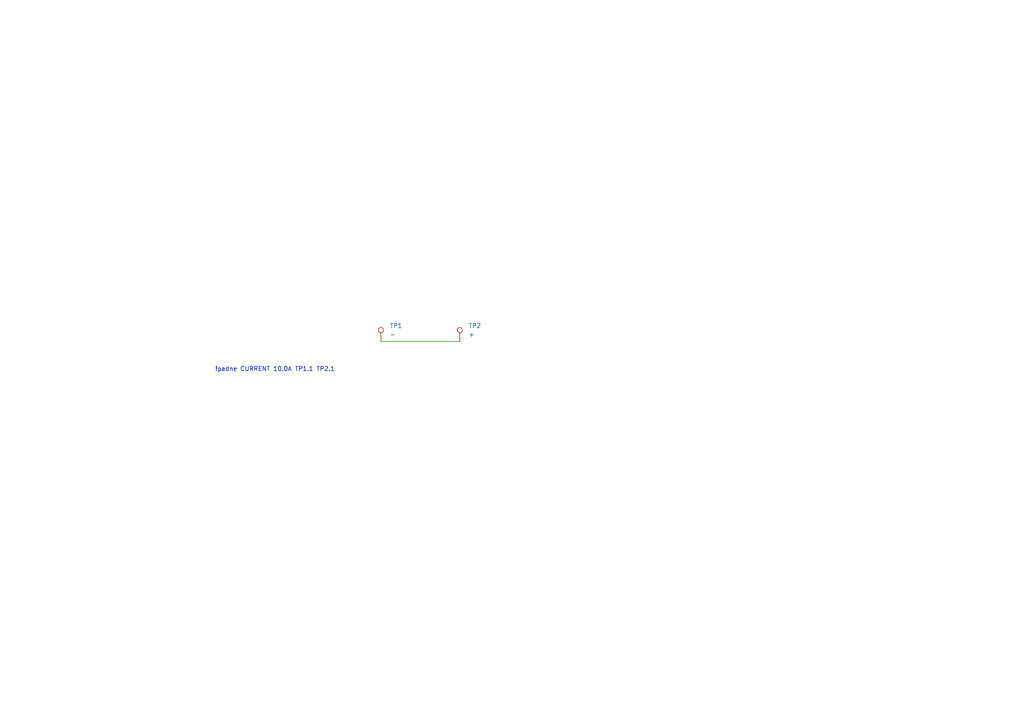
<source format=kicad_sch>
(kicad_sch (version 20231120) (generator "eeschema") (generator_version "8.0")
  (paper "A4")
  (lib_symbols
    (symbol "Connector:TestPoint" (pin_numbers hide) (pin_names (offset 0.762) hide)
      (property "Reference" "TP" (at 0 6.858 0))
      (property "Value" "TestPoint" (at 0 5.08 0))
      (symbol "TestPoint_0_1"
        (circle (center 0 3.302) (radius 0.762))
      )
      (symbol "TestPoint_1_1"
        (pin passive line (at 0 0 90) (length 2.54) (name "1") (number "1"))
      )
    )
  )
  (wire (pts (xy 110.49 99.06) (xy 133.35 99.06)))
  (text "!padne CURRENT 10.0A TP1.1 TP2.1" (at 79.756 107.188 0) (effects (font (size 1.27 1.27))))
  (symbol (lib_id "Connector:TestPoint") (at 133.35 99.06 0) (unit 1)
    (property "Reference" "TP2" (at 135.89 94.4879 0) (effects (justify left)))
    (property "Value" "+" (at 135.89 97.0279 0) (effects (justify left)))
    (property "Footprint" "TestPoint:TestPoint_Pad_D2.0mm" (effects (hide yes)))
    (property "Description" "test point" (effects (hide yes)))
  )
  (symbol (lib_id "Connector:TestPoint") (at 110.49 99.06 0) (unit 1)
    (property "Reference" "TP1" (at 113.03 94.4879 0) (effects (justify left)))
    (property "Value" "-" (at 113.03 97.0279 0) (effects (justify left)))
    (property "Footprint" "TestPoint:TestPoint_Pad_D2.0mm" (effects (hide yes)))
    (property "Description" "test point" (effects (hide yes)))
  )
)
</source>
